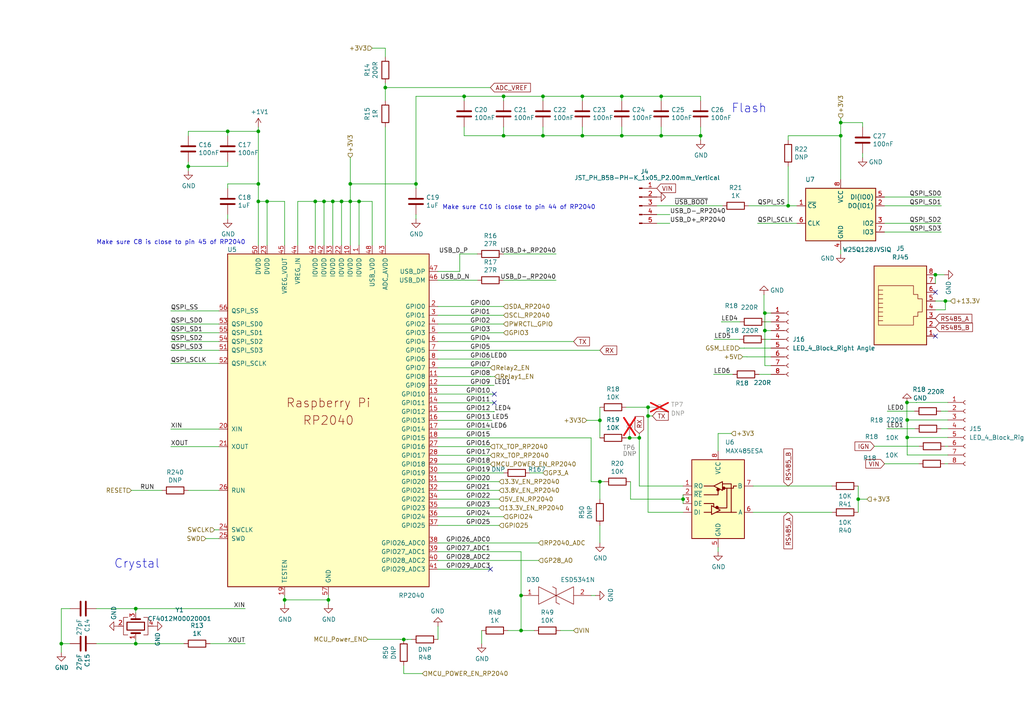
<source format=kicad_sch>
(kicad_sch (version 20231120) (generator "eeschema") (generator_version "8.0")
  (paper "A4")
  (lib_symbols
    (symbol "Connector:Conn_01x05_Male" (pin_names (offset 1.016) hide)
      (property "Reference" "J" (at 0 7.62 0))
      (property "Value" "Conn_01x05_Male" (at 0 -7.62 0))
      (symbol "Conn_01x05_Male_1_1"
        (pin passive line (at 5.08 5.08 180) (length 3.81) (name "Pin_1") (number "1"))
        (pin passive line (at 5.08 2.54 180) (length 3.81) (name "Pin_2") (number "2"))
        (pin passive line (at 5.08 0 180) (length 3.81) (name "Pin_3") (number "3"))
        (pin passive line (at 5.08 -2.54 180) (length 3.81) (name "Pin_4") (number "4"))
        (pin passive line (at 5.08 -5.08 180) (length 3.81) (name "Pin_5") (number "5"))
      )
    )
    (symbol "Connector:Conn_01x08_Socket" (pin_names (offset 1.016) hide)
      (property "Reference" "J" (at 0 10.16 0))
      (property "Value" "Conn_01x08_Socket" (at 0 -12.7 0))
      (symbol "Conn_01x08_Socket_1_1"
        (pin passive line (at -5.08 7.62 0) (length 3.81) (name "Pin_1") (number "1"))
        (pin passive line (at -5.08 5.08 0) (length 3.81) (name "Pin_2") (number "2"))
        (pin passive line (at -5.08 2.54 0) (length 3.81) (name "Pin_3") (number "3"))
        (pin passive line (at -5.08 0 0) (length 3.81) (name "Pin_4") (number "4"))
        (pin passive line (at -5.08 -2.54 0) (length 3.81) (name "Pin_5") (number "5"))
        (pin passive line (at -5.08 -5.08 0) (length 3.81) (name "Pin_6") (number "6"))
        (pin passive line (at -5.08 -7.62 0) (length 3.81) (name "Pin_7") (number "7"))
        (pin passive line (at -5.08 -10.16 0) (length 3.81) (name "Pin_8") (number "8"))
      )
    )
    (symbol "Connector:RJ45" (pin_names (offset 1.016))
      (property "Reference" "J" (at -5.08 13.97 0))
      (property "Value" "RJ45" (at 2.54 13.97 0))
      (symbol "RJ45_1_1"
        (pin passive line (at 10.16 -7.62 180) (length 2.54) (name "~") (number "1"))
        (pin passive line (at 10.16 -5.08 180) (length 2.54) (name "~") (number "2"))
        (pin passive line (at 10.16 -2.54 180) (length 2.54) (name "~") (number "3"))
        (pin passive line (at 10.16 0 180) (length 2.54) (name "~") (number "4"))
        (pin passive line (at 10.16 2.54 180) (length 2.54) (name "~") (number "5"))
        (pin passive line (at 10.16 5.08 180) (length 2.54) (name "~") (number "6"))
        (pin passive line (at 10.16 7.62 180) (length 2.54) (name "~") (number "7"))
        (pin passive line (at 10.16 10.16 180) (length 2.54) (name "~") (number "8"))
      )
    )
    (symbol "Connector:TestPoint" (pin_numbers hide) (pin_names (offset 0.762) hide)
      (property "Reference" "TP" (at 0 6.858 0))
      (property "Value" "TestPoint" (at 0 5.08 0))
      (symbol "TestPoint_1_1"
        (pin passive line (at 0 0 90) (length 2.54) (name "1") (number "1"))
      )
    )
    (symbol "Device:C" (pin_numbers hide) (pin_names (offset 0.254))
      (property "Reference" "C" (at 0.635 2.54 0))
      (property "Value" "C" (at 0.635 -2.54 0))
      (symbol "C_1_1"
        (pin passive line (at 0 3.81 270) (length 2.794) (name "~") (number "1"))
        (pin passive line (at 0 -3.81 90) (length 2.794) (name "~") (number "2"))
      )
    )
    (symbol "Device:Crystal_GND24" (pin_names (offset 1.016) hide)
      (property "Reference" "Y" (at 3.175 5.08 0))
      (property "Value" "Crystal_GND24" (at 3.175 3.175 0))
      (symbol "Crystal_GND24_1_1"
        (pin passive line (at -3.81 0 0) (length 1.27) (name "1") (number "1"))
        (pin passive line (at 0 5.08 270) (length 1.27) (name "2") (number "2"))
        (pin passive line (at 3.81 0 180) (length 1.27) (name "3") (number "3"))
        (pin passive line (at 0 -5.08 90) (length 1.27) (name "4") (number "4"))
      )
    )
    (symbol "Device:R" (pin_numbers hide) (pin_names (offset 0))
      (property "Reference" "R" (at 2.032 0 90))
      (property "Value" "R" (at 0 0 90))
      (symbol "R_1_1"
        (pin passive line (at 0 3.81 270) (length 1.27) (name "~") (number "1"))
        (pin passive line (at 0 -3.81 90) (length 1.27) (name "~") (number "2"))
      )
    )
    (symbol "Interface_UART:MAX485E"
      (property "Reference" "U" (at -6.096 11.43 0))
      (property "Value" "MAX485E" (at 0.762 11.43 0))
      (symbol "MAX485E_1_1"
        (pin output line (at -10.16 2.54 0) (length 2.54) (name "RO") (number "1"))
        (pin input line (at -10.16 0 0) (length 2.54) (name "~{RE}") (number "2"))
        (pin input line (at -10.16 -2.54 0) (length 2.54) (name "DE") (number "3"))
        (pin input line (at -10.16 -5.08 0) (length 2.54) (name "DI") (number "4"))
        (pin power_in line (at 0 -15.24 90) (length 2.54) (name "GND") (number "5"))
        (pin bidirectional line (at 10.16 -5.08 180) (length 2.54) (name "A") (number "6"))
        (pin bidirectional line (at 10.16 2.54 180) (length 2.54) (name "B") (number "7"))
        (pin power_in line (at 0 12.7 270) (length 2.54) (name "VCC") (number "8"))
      )
    )
    (symbol "MCU_RaspberryPi_RP2040:RP2040" (pin_names (offset 1.016))
      (property "Reference" "U" (at -29.21 49.53 0))
      (property "Value" "RP2040" (at 24.13 -49.53 0))
      (symbol "RP2040_0_0"
        (text "Raspberry Pi" (at 0 5.08 0) (effects (font (size 2.54 2.54))))
        (text "RP2040" (at 0 0 0) (effects (font (size 2.54 2.54))))
      )
      (symbol "RP2040_1_1"
        (pin power_in line (at 8.89 50.8 270) (length 2.54) (name "IOVDD") (number "1"))
        (pin power_in line (at 6.35 50.8 270) (length 2.54) (name "IOVDD") (number "10"))
        (pin bidirectional line (at 31.75 12.7 180) (length 2.54) (name "GPIO8") (number "11"))
        (pin bidirectional line (at 31.75 10.16 180) (length 2.54) (name "GPIO9") (number "12"))
        (pin bidirectional line (at 31.75 7.62 180) (length 2.54) (name "GPIO10") (number "13"))
        (pin bidirectional line (at 31.75 5.08 180) (length 2.54) (name "GPIO11") (number "14"))
        (pin bidirectional line (at 31.75 2.54 180) (length 2.54) (name "GPIO12") (number "15"))
        (pin bidirectional line (at 31.75 0 180) (length 2.54) (name "GPIO13") (number "16"))
        (pin bidirectional line (at 31.75 -2.54 180) (length 2.54) (name "GPIO14") (number "17"))
        (pin bidirectional line (at 31.75 -5.08 180) (length 2.54) (name "GPIO15") (number "18"))
        (pin passive line (at -12.7 -50.8 90) (length 2.54) (name "TESTEN") (number "19"))
        (pin bidirectional line (at 31.75 33.02 180) (length 2.54) (name "GPIO0") (number "2"))
        (pin input line (at -31.75 -2.54 0) (length 2.54) (name "XIN") (number "20"))
        (pin passive line (at -31.75 -7.62 0) (length 2.54) (name "XOUT") (number "21"))
        (pin power_in line (at 3.81 50.8 270) (length 2.54) (name "IOVDD") (number "22"))
        (pin power_in line (at -17.78 50.8 270) (length 2.54) (name "DVDD") (number "23"))
        (pin output line (at -31.75 -31.75 0) (length 2.54) (name "SWCLK") (number "24"))
        (pin bidirectional line (at -31.75 -34.29 0) (length 2.54) (name "SWD") (number "25"))
        (pin input line (at -31.75 -20.32 0) (length 2.54) (name "RUN") (number "26"))
        (pin bidirectional line (at 31.75 -7.62 180) (length 2.54) (name "GPIO16") (number "27"))
        (pin bidirectional line (at 31.75 -10.16 180) (length 2.54) (name "GPIO17") (number "28"))
        (pin bidirectional line (at 31.75 -12.7 180) (length 2.54) (name "GPIO18") (number "29"))
        (pin bidirectional line (at 31.75 30.48 180) (length 2.54) (name "GPIO1") (number "3"))
        (pin bidirectional line (at 31.75 -15.24 180) (length 2.54) (name "GPIO19") (number "30"))
        (pin bidirectional line (at 31.75 -17.78 180) (length 2.54) (name "GPIO20") (number "31"))
        (pin bidirectional line (at 31.75 -20.32 180) (length 2.54) (name "GPIO21") (number "32"))
        (pin power_in line (at 1.27 50.8 270) (length 2.54) (name "IOVDD") (number "33"))
        (pin bidirectional line (at 31.75 -22.86 180) (length 2.54) (name "GPIO22") (number "34"))
        (pin bidirectional line (at 31.75 -25.4 180) (length 2.54) (name "GPIO23") (number "35"))
        (pin bidirectional line (at 31.75 -27.94 180) (length 2.54) (name "GPIO24") (number "36"))
        (pin bidirectional line (at 31.75 -30.48 180) (length 2.54) (name "GPIO25") (number "37"))
        (pin bidirectional line (at 31.75 -35.56 180) (length 2.54) (name "GPIO26_ADC0") (number "38"))
        (pin bidirectional line (at 31.75 -38.1 180) (length 2.54) (name "GPIO27_ADC1") (number "39"))
        (pin bidirectional line (at 31.75 27.94 180) (length 2.54) (name "GPIO2") (number "4"))
        (pin bidirectional line (at 31.75 -40.64 180) (length 2.54) (name "GPIO28_ADC2") (number "40"))
        (pin bidirectional line (at 31.75 -43.18 180) (length 2.54) (name "GPIO29_ADC3") (number "41"))
        (pin power_in line (at -1.27 50.8 270) (length 2.54) (name "IOVDD") (number "42"))
        (pin power_in line (at 16.51 50.8 270) (length 2.54) (name "ADC_AVDD") (number "43"))
        (pin power_in line (at -8.89 50.8 270) (length 2.54) (name "VREG_IN") (number "44"))
        (pin power_out line (at -12.7 50.8 270) (length 2.54) (name "VREG_VOUT") (number "45"))
        (pin bidirectional line (at 31.75 40.64 180) (length 2.54) (name "USB_DM") (number "46"))
        (pin bidirectional line (at 31.75 43.18 180) (length 2.54) (name "USB_DP") (number "47"))
        (pin power_in line (at 12.7 50.8 270) (length 2.54) (name "USB_VDD") (number "48"))
        (pin power_in line (at -3.81 50.8 270) (length 2.54) (name "IOVDD") (number "49"))
        (pin bidirectional line (at 31.75 25.4 180) (length 2.54) (name "GPIO3") (number "5"))
        (pin power_in line (at -20.32 50.8 270) (length 2.54) (name "DVDD") (number "50"))
        (pin bidirectional line (at -31.75 20.32 0) (length 2.54) (name "QSPI_SD3") (number "51"))
        (pin output line (at -31.75 16.51 0) (length 2.54) (name "QSPI_SCLK") (number "52"))
        (pin bidirectional line (at -31.75 27.94 0) (length 2.54) (name "QSPI_SD0") (number "53"))
        (pin bidirectional line (at -31.75 22.86 0) (length 2.54) (name "QSPI_SD2") (number "54"))
        (pin bidirectional line (at -31.75 25.4 0) (length 2.54) (name "QSPI_SD1") (number "55"))
        (pin bidirectional line (at -31.75 31.75 0) (length 2.54) (name "QSPI_SS") (number "56"))
        (pin power_in line (at 0 -50.8 90) (length 2.54) (name "GND") (number "57"))
        (pin bidirectional line (at 31.75 22.86 180) (length 2.54) (name "GPIO4") (number "6"))
        (pin bidirectional line (at 31.75 20.32 180) (length 2.54) (name "GPIO5") (number "7"))
        (pin bidirectional line (at 31.75 17.78 180) (length 2.54) (name "GPIO6") (number "8"))
        (pin bidirectional line (at 31.75 15.24 180) (length 2.54) (name "GPIO7") (number "9"))
      )
    )
    (symbol "Memory_Flash:W25Q128JVS"
      (property "Reference" "U" (at -8.89 8.89 0))
      (property "Value" "W25Q128JVS" (at 7.62 8.89 0))
      (symbol "W25Q128JVS_1_1"
        (pin input line (at -12.7 2.54 0) (length 2.54) (name "~{CS}") (number "1"))
        (pin bidirectional line (at 12.7 2.54 180) (length 2.54) (name "DO(IO1)") (number "2"))
        (pin bidirectional line (at 12.7 -2.54 180) (length 2.54) (name "IO2") (number "3"))
        (pin power_in line (at 0 -10.16 90) (length 2.54) (name "GND") (number "4"))
        (pin bidirectional line (at 12.7 5.08 180) (length 2.54) (name "DI(IO0)") (number "5"))
        (pin input line (at -12.7 -2.54 0) (length 2.54) (name "CLK") (number "6"))
        (pin bidirectional line (at 12.7 -5.08 180) (length 2.54) (name "IO3") (number "7"))
        (pin power_in line (at 0 10.16 270) (length 2.54) (name "VCC") (number "8"))
      )
    )
    (symbol "SP0402B-ULC-01ETG:SP0402B-ULC-01ETG" (pin_names (offset 0.762))
      (property "Reference" "D" (at 12.7 8.89 0))
      (property "Value" "SP0402B-ULC-01ETG" (at 12.7 6.35 0))
      (symbol "SP0402B-ULC-01ETG_0_0"
        (pin passive line (at 0 0 0) (length 5.08) (name "~") (number "1"))
        (pin passive line (at 20.32 0 180) (length 5.08) (name "~") (number "2"))
      )
    )
    (symbol "power:+1V1" (power) (pin_names (offset 0))
      (property "Value" "+1V1" (at 0 3.556 0))
      (symbol "+1V1_1_1"
        (pin power_in line (at 0 0 90) (length 0) hide (name "+1V1") (number "1"))
      )
    )
    (symbol "power:GND" (power) (pin_names (offset 0))
      (property "Value" "GND" (at 0 -3.81 0))
      (symbol "GND_1_1"
        (pin power_in line (at 0 0 270) (length 0) hide (name "GND") (number "1"))
      )
    )
  )
  (junction (at 111.76 25.4))
  (junction (at 54.61 48.26))
  (junction (at 221.8396 90.8043))
  (junction (at 271.3007 79.6916))
  (junction (at 39.37 186.69))
  (junction (at 151.13 182.88))
  (junction (at 180.34 27.94))
  (junction (at 117.1006 185.4727))
  (junction (at 101.6 58.42))
  (junction (at 263.1254 126.8876))
  (junction (at 95.25 173.99))
  (junction (at 74.93 58.42))
  (junction (at 180.34 39.37))
  (junction (at 151.13 172.72))
  (junction (at 221.8396 95.8843))
  (junction (at 263.1254 121.8163))
  (junction (at 17.78 186.69))
  (junction (at 263.0568 116.7363))
  (junction (at 104.14 58.42))
  (junction (at 187.96 120.65))
  (junction (at 248.92 144.78))
  (junction (at 39.37 176.53))
  (junction (at 93.98 58.42))
  (junction (at 96.52 58.42))
  (junction (at 82.55 173.99))
  (junction (at 74.93 38.1))
  (junction (at 91.44 58.42))
  (junction (at 168.91 39.37))
  (junction (at 101.6 53.34))
  (junction (at 198.12 144.78))
  (junction (at 182.6119 127))
  (junction (at 134.62 27.94))
  (junction (at 157.48 27.94))
  (junction (at 187.96 118.11))
  (junction (at 228.6 59.69))
  (junction (at 66.04 38.1))
  (junction (at 74.93 53.34))
  (junction (at 99.06 58.42))
  (junction (at 191.77 39.37))
  (junction (at 173.99 121.92))
  (junction (at 120.65 53.34))
  (junction (at 191.77 27.94))
  (junction (at 168.91 27.94))
  (junction (at 77.47 58.42))
  (junction (at 185.42 127))
  (junction (at 146.05 27.94))
  (junction (at 157.48 39.37))
  (junction (at 274.2046 87.3106))
  (junction (at 243.84 39.37))
  (junction (at 243.84 35.56))
  (junction (at 203.2 39.37))
  (junction (at 146.05 39.37))
  (junction (at 173.99 139.7))
  (no_connect (at 142.24 165.1))
  (no_connect (at 143.3693 114.3018))
  (no_connect (at 271.3007 97.4716))
  (no_connect (at 271.3007 84.7716))
  (no_connect (at 143.3631 116.8403))
  (wire (pts (xy 111.76 36.83) (xy 111.76 71.12)))
  (wire (pts (xy 49.53 124.46) (xy 63.5 124.46)))
  (wire (pts (xy 59.69 156.21) (xy 63.5 156.21)))
  (wire (pts (xy 191.77 39.37) (xy 203.2 39.37)))
  (wire (pts (xy 66.04 53.34) (xy 74.93 53.34)))
  (wire (pts (xy 122.5125 195.3653) (xy 117.1006 195.3653)))
  (wire (pts (xy 127 160.02) (xy 151.13 160.02)))
  (wire (pts (xy 191.77 27.94) (xy 203.2 27.94)))
  (wire (pts (xy 143.1694 119.3787) (xy 143.1694 119.38)))
  (wire (pts (xy 101.6 58.42) (xy 104.14 58.42)))
  (wire (pts (xy 127.039 181.6432) (xy 127.039 185.4532)))
  (wire (pts (xy 180.34 27.94) (xy 191.77 27.94)))
  (wire (pts (xy 142.24 114.3018) (xy 142.24 114.3)))
  (wire (pts (xy 143.4165 119.3774) (xy 143.4234 119.3787)))
  (wire (pts (xy 221.8396 90.8043) (xy 221.8396 95.8843)))
  (wire (pts (xy 142.24 109.2128) (xy 142.24 109.22)))
  (wire (pts (xy 82.55 173.99) (xy 95.25 173.99)))
  (wire (pts (xy 142.24 116.8403) (xy 142.24 116.84)))
  (wire (pts (xy 143.3631 116.8403) (xy 142.24 116.8403)))
  (wire (pts (xy 216.6521 103.4902) (xy 216.6521 103.5043)))
  (wire (pts (xy 180.34 39.37) (xy 168.91 39.37)))
  (wire (pts (xy 39.37 186.69) (xy 53.34 186.69)))
  (wire (pts (xy 142.6874 121.92) (xy 127 121.92)))
  (wire (pts (xy 191.77 29.21) (xy 191.77 27.94)))
  (wire (pts (xy 86.36 58.42) (xy 91.44 58.42)))
  (wire (pts (xy 146.05 27.94) (xy 157.48 27.94)))
  (wire (pts (xy 207.0067 108.5843) (xy 212.5516 108.5843)))
  (wire (pts (xy 54.61 46.99) (xy 54.61 48.26)))
  (wire (pts (xy 228.6 48.26) (xy 228.6 59.69)))
  (wire (pts (xy 127 142.24) (xy 144.78 142.24)))
  (wire (pts (xy 127 104.14) (xy 142.24 104.14)))
  (wire (pts (xy 95.25 173.99) (xy 95.25 175.26)))
  (wire (pts (xy 118.2663 185.4532) (xy 119.419 185.4532)))
  (wire (pts (xy 111.76 13.97) (xy 107.95 13.97)))
  (wire (pts (xy 271.3007 79.6916) (xy 271.3007 82.2316)))
  (wire (pts (xy 185.42 125.73) (xy 185.42 127)))
  (wire (pts (xy 272.8769 119.2612) (xy 274.3404 119.2612)))
  (wire (pts (xy 185.42 127) (xy 185.42 140.97)))
  (wire (pts (xy 127 106.68) (xy 142.24 106.68)))
  (wire (pts (xy 27.94 176.53) (xy 39.37 176.53)))
  (wire (pts (xy 120.65 27.94) (xy 120.65 53.34)))
  (wire (pts (xy 143.3159 111.7647) (xy 142.24 111.7647)))
  (wire (pts (xy 101.6 53.34) (xy 101.6 58.42)))
  (wire (pts (xy 153.67 137.16) (xy 157.48 137.16)))
  (wire (pts (xy 274.9191 116.7276) (xy 265.8174 116.7276)))
  (wire (pts (xy 60.96 186.69) (xy 71.12 186.69)))
  (wire (pts (xy 253.5964 129.4276) (xy 266.517 129.4276)))
  (wire (pts (xy 274.137 129.4276) (xy 274.9191 129.4276)))
  (wire (pts (xy 194.31 62.23) (xy 190.5 62.23)))
  (wire (pts (xy 127 96.52) (xy 146.05 96.52)))
  (wire (pts (xy 207.1393 98.4253) (xy 207.1393 98.4243)))
  (wire (pts (xy 93.98 58.42) (xy 96.52 58.42)))
  (wire (pts (xy 216.6521 103.5043) (xy 223.6347 103.5043)))
  (wire (pts (xy 223.6347 95.8843) (xy 221.8396 95.8843)))
  (wire (pts (xy 212.09 125.73) (xy 208.28 125.73)))
  (wire (pts (xy 157.48 27.94) (xy 168.91 27.94)))
  (wire (pts (xy 194.31 64.77) (xy 190.5 64.77)))
  (wire (pts (xy 248.92 144.78) (xy 248.92 148.59)))
  (wire (pts (xy 66.04 54.61) (xy 66.04 53.34)))
  (wire (pts (xy 74.93 53.34) (xy 74.93 58.42)))
  (wire (pts (xy 20.32 176.53) (xy 17.78 176.53)))
  (wire (pts (xy 203.2 36.83) (xy 203.2 39.37)))
  (wire (pts (xy 99.06 71.12) (xy 99.06 58.42)))
  (wire (pts (xy 142.24 124.4539) (xy 142.24 124.46)))
  (wire (pts (xy 127 144.78) (xy 144.78 144.78)))
  (wire (pts (xy 263.0381 116.7363) (xy 263.0381 121.8163)))
  (wire (pts (xy 127 127) (xy 171.45 127)))
  (wire (pts (xy 180.34 29.21) (xy 180.34 27.94)))
  (wire (pts (xy 171.45 139.7) (xy 173.99 139.7)))
  (wire (pts (xy 146.05 39.37) (xy 134.62 39.37)))
  (wire (pts (xy 221.8396 95.8843) (xy 221.8396 106.0443)))
  (wire (pts (xy 215.8494 100.9643) (xy 223.6347 100.9643)))
  (wire (pts (xy 111.76 16.51) (xy 111.76 13.97)))
  (wire (pts (xy 221.8396 106.0443) (xy 223.6347 106.0443)))
  (wire (pts (xy 143.1694 119.38) (xy 127 119.38)))
  (wire (pts (xy 63.5 90.17) (xy 49.53 90.17)))
  (wire (pts (xy 274.9191 131.9676) (xy 263.1254 131.9676)))
  (wire (pts (xy 111.76 25.4) (xy 142.24 25.4)))
  (wire (pts (xy 207.0067 108.5876) (xy 207.0067 108.5843)))
  (wire (pts (xy 111.76 25.4) (xy 111.76 24.13)))
  (wire (pts (xy 198.12 144.78) (xy 198.12 146.05)))
  (wire (pts (xy 222.2145 93.3443) (xy 223.6347 93.3443)))
  (wire (pts (xy 208.28 158.75) (xy 208.28 160.02)))
  (wire (pts (xy 209.4507 93.3443) (xy 214.5945 93.3443)))
  (wire (pts (xy 66.04 39.37) (xy 66.04 38.1)))
  (wire (pts (xy 77.47 58.42) (xy 74.93 58.42)))
  (wire (pts (xy 146.05 36.83) (xy 146.05 39.37)))
  (wire (pts (xy 49.53 96.52) (xy 63.5 96.52)))
  (wire (pts (xy 256.54 67.31) (xy 273.05 67.31)))
  (wire (pts (xy 203.2 39.37) (xy 203.2 40.64)))
  (wire (pts (xy 134.62 27.94) (xy 146.05 27.94)))
  (wire (pts (xy 127 81.28) (xy 138.43 81.28)))
  (wire (pts (xy 74.93 58.42) (xy 74.93 71.12)))
  (wire (pts (xy 274.3404 119.2676) (xy 274.9191 119.2676)))
  (wire (pts (xy 127 114.3) (xy 142.24 114.3)))
  (wire (pts (xy 127 162.56) (xy 156.21 162.56)))
  (wire (pts (xy 127 147.32) (xy 144.78 147.32)))
  (wire (pts (xy 215.4186 103.4902) (xy 216.6521 103.4902)))
  (wire (pts (xy 180.34 36.83) (xy 180.34 39.37)))
  (wire (pts (xy 107.95 71.12) (xy 107.95 58.42)))
  (wire (pts (xy 134.62 27.94) (xy 120.65 27.94)))
  (wire (pts (xy 168.91 29.21) (xy 168.91 27.94)))
  (wire (pts (xy 146.05 73.66) (xy 161.29 73.66)))
  (wire (pts (xy 203.2 29.21) (xy 203.2 27.94)))
  (wire (pts (xy 221.586 85.4822) (xy 221.586 90.8043)))
  (wire (pts (xy 120.65 62.23) (xy 120.65 63.5)))
  (wire (pts (xy 101.6 53.34) (xy 101.6 45.72)))
  (wire (pts (xy 49.53 101.6) (xy 63.5 101.6)))
  (wire (pts (xy 218.44 140.97) (xy 241.3 140.97)))
  (wire (pts (xy 181.61 127) (xy 182.6119 127)))
  (wire (pts (xy 77.47 71.12) (xy 77.47 58.42)))
  (wire (pts (xy 20.32 186.69) (xy 17.78 186.69)))
  (wire (pts (xy 127 99.06) (xy 166.37 99.06)))
  (wire (pts (xy 49.53 99.06) (xy 63.5 99.06)))
  (wire (pts (xy 127 91.44) (xy 146.05 91.44)))
  (wire (pts (xy 166.37 182.88) (xy 162.56 182.88)))
  (wire (pts (xy 127 88.9) (xy 146.05 88.9)))
  (wire (pts (xy 82.55 71.12) (xy 82.55 58.42)))
  (wire (pts (xy 101.6 53.34) (xy 120.65 53.34)))
  (wire (pts (xy 191.77 36.83) (xy 191.77 39.37)))
  (wire (pts (xy 223.6347 90.8043) (xy 221.8396 90.8043)))
  (wire (pts (xy 214.5429 100.9726) (xy 215.8494 100.9726)))
  (wire (pts (xy 228.6 39.37) (xy 243.84 39.37)))
  (wire (pts (xy 187.96 120.65) (xy 189.23 120.65)))
  (wire (pts (xy 151.13 160.02) (xy 151.13 172.72)))
  (wire (pts (xy 173.99 121.92) (xy 173.99 127)))
  (wire (pts (xy 127 149.86) (xy 146.05 149.86)))
  (wire (pts (xy 265.8174 116.7363) (xy 263.0568 116.7363)))
  (wire (pts (xy 147.32 182.88) (xy 151.13 182.88)))
  (wire (pts (xy 104.14 58.42) (xy 104.14 71.12)))
  (wire (pts (xy 217.17 59.69) (xy 228.6 59.69)))
  (wire (pts (xy 275.7056 87.3106) (xy 274.2046 87.3106)))
  (wire (pts (xy 263.1254 121.8163) (xy 263.1254 126.8876)))
  (wire (pts (xy 63.5 129.54) (xy 49.53 129.54)))
  (wire (pts (xy 257.3361 119.2612) (xy 265.2569 119.2612)))
  (wire (pts (xy 104.14 58.42) (xy 107.95 58.42)))
  (wire (pts (xy 106.68 185.42) (xy 116.1625 185.42)))
  (wire (pts (xy 257.8411 134.5076) (xy 266.4376 134.5076)))
  (wire (pts (xy 111.76 25.4) (xy 111.76 29.21)))
  (wire (pts (xy 263.0568 116.7363) (xy 263.0381 116.7363)))
  (wire (pts (xy 86.36 71.12) (xy 86.36 58.42)))
  (wire (pts (xy 118.2663 185.4727) (xy 118.2663 185.4532)))
  (wire (pts (xy 74.93 36.83) (xy 74.93 38.1)))
  (wire (pts (xy 182.6119 127) (xy 185.42 127)))
  (wire (pts (xy 142.24 111.7647) (xy 142.24 111.76)))
  (wire (pts (xy 198.12 140.97) (xy 185.42 140.97)))
  (wire (pts (xy 243.84 39.37) (xy 243.84 52.07)))
  (wire (pts (xy 172.72 172.72) (xy 171.45 172.72)))
  (wire (pts (xy 127 116.84) (xy 142.24 116.84)))
  (wire (pts (xy 54.61 48.26) (xy 54.61 49.53)))
  (wire (pts (xy 173.99 157.48) (xy 173.99 152.4)))
  (wire (pts (xy 187.96 120.65) (xy 187.96 118.11)))
  (wire (pts (xy 74.93 38.1) (xy 74.93 53.34)))
  (wire (pts (xy 187.96 118.11) (xy 181.61 118.11)))
  (wire (pts (xy 117.1006 185.4727) (xy 118.2663 185.4727)))
  (wire (pts (xy 274.2046 89.8516) (xy 271.3007 89.8516)))
  (wire (pts (xy 272.9551 124.3476) (xy 274.9191 124.3476)))
  (wire (pts (xy 198.12 148.59) (xy 187.96 148.59)))
  (wire (pts (xy 170.18 121.92) (xy 173.99 121.92)))
  (wire (pts (xy 127 139.7) (xy 144.78 139.7)))
  (wire (pts (xy 133.35 73.66) (xy 138.43 73.66)))
  (wire (pts (xy 82.55 172.72) (xy 82.55 173.99)))
  (wire (pts (xy 221.586 90.8043) (xy 221.8396 90.8043)))
  (wire (pts (xy 82.55 173.99) (xy 82.55 175.26)))
  (wire (pts (xy 17.78 186.69) (xy 17.78 189.23)))
  (wire (pts (xy 182.88 144.78) (xy 182.88 139.7)))
  (wire (pts (xy 127 132.08) (xy 142.24 132.08)))
  (wire (pts (xy 127 157.48) (xy 156.21 157.48)))
  (wire (pts (xy 187.96 148.59) (xy 187.96 120.65)))
  (wire (pts (xy 134.62 36.83) (xy 134.62 39.37)))
  (wire (pts (xy 143.3693 114.3018) (xy 142.24 114.3018)))
  (wire (pts (xy 146.05 29.21) (xy 146.05 27.94)))
  (wire (pts (xy 139.7 186.69) (xy 139.7 182.88)))
  (wire (pts (xy 63.5 105.41) (xy 49.53 105.41)))
  (wire (pts (xy 27.94 186.69) (xy 39.37 186.69)))
  (wire (pts (xy 271.3007 87.3106) (xy 271.3007 87.3116)))
  (wire (pts (xy 95.25 172.72) (xy 95.25 173.99)))
  (wire (pts (xy 17.78 176.53) (xy 17.78 186.69)))
  (wire (pts (xy 191.77 39.37) (xy 180.34 39.37)))
  (wire (pts (xy 54.61 142.24) (xy 63.5 142.24)))
  (wire (pts (xy 99.06 58.42) (xy 101.6 58.42)))
  (wire (pts (xy 66.04 38.1) (xy 74.93 38.1)))
  (wire (pts (xy 198.12 144.78) (xy 182.88 144.78)))
  (wire (pts (xy 274.2046 87.3106) (xy 271.3007 87.3106)))
  (wire (pts (xy 228.6 40.64) (xy 228.6 39.37)))
  (wire (pts (xy 173.99 144.78) (xy 173.99 139.7)))
  (wire (pts (xy 256.54 59.69) (xy 273.05 59.69)))
  (wire (pts (xy 127 152.4) (xy 144.78 152.4)))
  (wire (pts (xy 96.52 71.12) (xy 96.52 58.42)))
  (wire (pts (xy 250.19 44.45) (xy 250.19 45.72)))
  (wire (pts (xy 117.1006 195.3653) (xy 117.1006 193.0927)))
  (wire (pts (xy 133.35 73.66) (xy 133.35 78.74)))
  (wire (pts (xy 256.54 57.15) (xy 273.05 57.15)))
  (wire (pts (xy 248.92 140.97) (xy 248.92 144.78)))
  (wire (pts (xy 256.5555 134.5237) (xy 257.8411 134.5237)))
  (wire (pts (xy 116.1625 185.42) (xy 116.1625 185.4727)))
  (wire (pts (xy 116.1625 185.4727) (xy 117.1006 185.4727)))
  (wire (pts (xy 263.1254 126.8876) (xy 263.1254 131.9676)))
  (wire (pts (xy 127 93.98) (xy 146.05 93.98)))
  (wire (pts (xy 134.62 29.21) (xy 134.62 27.94)))
  (wire (pts (xy 49.53 93.98) (xy 63.5 93.98)))
  (wire (pts (xy 274.0576 134.5076) (xy 274.9191 134.5076)))
  (wire (pts (xy 273.8407 79.6916) (xy 271.3007 79.6916)))
  (wire (pts (xy 190.5 59.69) (xy 209.55 59.69)))
  (wire (pts (xy 257.238 124.3476) (xy 265.3351 124.3476)))
  (wire (pts (xy 127 109.22) (xy 142.24 109.22)))
  (wire (pts (xy 157.48 39.37) (xy 146.05 39.37)))
  (wire (pts (xy 54.61 38.1) (xy 66.04 38.1)))
  (wire (pts (xy 157.48 36.83) (xy 157.48 39.37)))
  (wire (pts (xy 257.8411 134.5237) (xy 257.8411 134.5076)))
  (wire (pts (xy 127 129.54) (xy 142.24 129.54)))
  (wire (pts (xy 54.61 48.26) (xy 66.04 48.26)))
  (wire (pts (xy 127 111.76) (xy 142.24 111.76)))
  (wire (pts (xy 91.44 71.12) (xy 91.44 58.42)))
  (wire (pts (xy 93.98 71.12) (xy 93.98 58.42)))
  (wire (pts (xy 62.23 153.67) (xy 63.5 153.67)))
  (wire (pts (xy 127 165.1) (xy 142.24 165.1)))
  (wire (pts (xy 38.1 142.24) (xy 46.99 142.24)))
  (wire (pts (xy 243.84 35.56) (xy 243.84 39.37)))
  (wire (pts (xy 127 134.62) (xy 142.24 134.62)))
  (wire (pts (xy 82.55 58.42) (xy 77.47 58.42)))
  (wire (pts (xy 173.99 118.11) (xy 173.99 121.92)))
  (wire (pts (xy 127 78.74) (xy 133.35 78.74)))
  (wire (pts (xy 171.45 139.7) (xy 171.45 127)))
  (wire (pts (xy 143.4918 109.2128) (xy 142.24 109.2128)))
  (wire (pts (xy 274.9191 126.8876) (xy 263.1254 126.8876)))
  (wire (pts (xy 173.99 139.7) (xy 175.26 139.7)))
  (wire (pts (xy 168.91 39.37) (xy 157.48 39.37)))
  (wire (pts (xy 66.04 48.26) (xy 66.04 46.99)))
  (wire (pts (xy 222.0746 98.4243) (xy 223.6347 98.4243)))
  (wire (pts (xy 243.84 34.29) (xy 243.84 35.56)))
  (wire (pts (xy 219.71 64.77) (xy 231.14 64.77)))
  (wire (pts (xy 274.2046 87.3106) (xy 274.2046 89.8516)))
  (wire (pts (xy 127 124.46) (xy 142.24 124.46)))
  (wire (pts (xy 228.6 59.69) (xy 231.14 59.69)))
  (wire (pts (xy 243.84 72.39) (xy 243.84 73.66)))
  (wire (pts (xy 250.19 36.83) (xy 250.19 35.56)))
  (wire (pts (xy 274.3404 119.2612) (xy 274.3404 119.2676)))
  (wire (pts (xy 151.13 182.88) (xy 154.94 182.88)))
  (wire (pts (xy 207.1393 98.4243) (xy 214.4546 98.4243)))
  (wire (pts (xy 66.04 62.23) (xy 66.04 63.5)))
  (wire (pts (xy 263.0381 121.8163) (xy 263.1254 121.8163)))
  (wire (pts (xy 263.1254 121.8076) (xy 263.1254 121.8163)))
  (wire (pts (xy 220.1716 108.5843) (xy 223.6347 108.5843)))
  (wire (pts (xy 265.8174 116.7276) (xy 265.8174 116.7363)))
  (wire (pts (xy 218.44 148.59) (xy 241.3 148.59)))
  (wire (pts (xy 39.37 177.8) (xy 39.37 176.53)))
  (wire (pts (xy 101.6 71.12) (xy 101.6 58.42)))
  (wire (pts (xy 39.37 176.53) (xy 71.12 176.53)))
  (wire (pts (xy 263.1254 121.8076) (xy 274.9191 121.8076)))
  (wire (pts (xy 39.37 185.42) (xy 39.37 186.69)))
  (wire (pts (xy 143.1694 119.3787) (xy 143.4165 119.3774)))
  (wire (pts (xy 151.13 172.72) (xy 151.13 182.88)))
  (wire (pts (xy 256.54 64.77) (xy 273.05 64.77)))
  (wire (pts (xy 198.12 143.51) (xy 198.12 144.78)))
  (wire (pts (xy 146.05 81.28) (xy 161.29 81.28)))
  (wire (pts (xy 120.65 54.61) (xy 120.65 53.34)))
  (wire (pts (xy 251.46 144.78) (xy 248.92 144.78)))
  (wire (pts (xy 168.91 27.94) (xy 180.34 27.94)))
  (wire (pts (xy 209.4507 93.3472) (xy 209.4507 93.3443)))
  (wire (pts (xy 91.44 58.42) (xy 93.98 58.42)))
  (wire (pts (xy 127 101.6) (xy 173.99 101.6)))
  (wire (pts (xy 96.52 58.42) (xy 99.06 58.42)))
  (wire (pts (xy 250.19 35.56) (xy 243.84 35.56)))
  (wire (pts (xy 157.48 29.21) (xy 157.48 27.94)))
  (wire (pts (xy 215.8494 100.9726) (xy 215.8494 100.9643)))
  (wire (pts (xy 168.91 36.83) (xy 168.91 39.37)))
  (wire (pts (xy 54.61 39.37) (xy 54.61 38.1)))
  (wire (pts (xy 208.28 125.73) (xy 208.28 130.81)))
  (wire (pts (xy 209.1967 93.3472) (xy 209.4507 93.3472)))
  (wire (pts (xy 127 137.16) (xy 146.05 137.16)))
  (text "Make sure C8 is close to pin 45 of RP2040" (at 27.94 71.12 0) (effects (font (size 1.27 1.27)) (justify left bottom)))
  (text "Make sure C10 is close to pin 44 of RP2040" (at 128.27 60.96 0) (effects (font (size 1.27 1.27)) (justify left bottom)))
  (text "Flash" (at 212.09 33.02 0) (effects (font (size 2.54 2.54)) (justify left bottom)))
  (text "Crystal" (at 33.02 165.1 0) (effects (font (size 2.54 2.54)) (justify left bottom)))
  (label "USB_D_P" (at 135.7763 73.66 180))
  (label "GPIO22" (at 142.24 144.78 180))
  (label "GPIO17" (at 142.24 132.08 180))
  (label "GPIO9" (at 142.24 111.7647 180))
  (label "XIN" (at 71.12 176.53 180))
  (label "USB_D+_RP2040" (at 161.29 73.66 180))
  (label "GPIO5" (at 142.24 101.6 180))
  (label "GPIO15" (at 142.24 127 180))
  (label "LED4" (at 143.4234 119.3787 0))
  (label "QSPI_SD0" (at 49.53 93.98 0))
  (label "GPIO18" (at 142.24 134.62 180))
  (label "GPIO26_ADC0" (at 142.24 157.48 180))
  (label "GPIO24" (at 142.24 149.86 180))
  (label "QSPI_SD2" (at 49.53 99.06 0))
  (label "GPIO27_ADC1" (at 142.24 160.02 180))
  (label "QSPI_SCLK" (at 219.71 64.77 0))
  (label "LED6" (at 142.24 124.46 0))
  (label "GPIO7" (at 142.24 106.68 180))
  (label "GPIO14" (at 142.24 124.4539 180))
  (label "GPIO3" (at 142.24 96.52 180))
  (label "LED0" (at 142.24 104.14 0))
  (label "GPIO0" (at 142.24 88.9 180))
  (label "LED1" (at 257.238 124.3476 0))
  (label "QSPI_SD3" (at 273.05 67.31 180))
  (label "GPIO11" (at 142.24 116.8403 180))
  (label "LED6" (at 207.0067 108.5876 0))
  (label "QSPI_SD0" (at 273.05 57.15 180))
  (label "USB_D-_RP2040" (at 194.31 62.23 0))
  (label "GPIO4" (at 142.24 99.06 180))
  (label "LED5" (at 142.6874 121.92 0))
  (label "GPIO20" (at 142.24 139.7 180))
  (label "~{USB_BOOT}" (at 195.58 59.69 0))
  (label "GPIO13" (at 142.24 121.92 180))
  (label "LED0" (at 257.3361 119.2612 0))
  (label "GPIO12" (at 142.24 119.38 180))
  (label "GPIO6" (at 142.24 104.14 180))
  (label "LED5" (at 207.1393 98.4253 0))
  (label "GPIO29_ADC3" (at 142.24 165.1 180))
  (label "GPIO1" (at 142.24 91.44 180))
  (label "GPIO28_ADC2" (at 142.24 162.56 180))
  (label "QSPI_SCLK" (at 49.53 105.41 0))
  (label "QSPI_SS" (at 49.53 90.17 0))
  (label "GPIO23" (at 142.24 147.32 180))
  (label "QSPI_SD3" (at 49.53 101.6 0))
  (label "USB_D+_RP2040" (at 194.31 64.77 0))
  (label "LED1" (at 143.3159 111.7647 0))
  (label "RUN" (at 40.64 142.24 0))
  (label "USB_D_N" (at 136.2125 81.28 180))
  (label "GPIO19" (at 142.24 137.16 180))
  (label "GPIO10" (at 142.24 114.3 180))
  (label "QSPI_SD1" (at 273.05 59.69 180))
  (label "QSPI_SD2" (at 273.05 64.77 180))
  (label "GPIO16" (at 142.24 129.54 180))
  (label "XOUT" (at 49.53 129.54 0))
  (label "QSPI_SD1" (at 49.53 96.52 0))
  (label "GPIO8" (at 142.24 109.2128 180))
  (label "XOUT" (at 71.12 186.69 180))
  (label "GPIO25" (at 142.24 152.4 180))
  (label "QSPI_SS" (at 219.71 59.69 0))
  (label "XIN" (at 49.53 124.46 0))
  (label "LED4" (at 209.1967 93.3472 0))
  (label "GPIO21" (at 142.24 142.24 180))
  (label "GPIO2" (at 142.24 93.98 180))
  (label "USB_D-_RP2040" (at 161.29 81.28 180))
  (global_label "RS485_B" (shape input) (at 271.3007 94.9316 0) (property "Intersheetrefs" "${INTERSHEET_REFS}" (effects (hide yes))))
  (global_label "ADC_VREF" (shape input) (at 142.24 25.4 0) (property "Intersheetrefs" "${INTERSHEET_REFS}" (effects (hide yes))))
  (global_label "RS485_A" (shape input) (at 228.6 148.59 270) (property "Intersheetrefs" "${INTERSHEET_REFS}" (effects (hide yes))))
  (global_label "RX" (shape input) (at 173.99 101.6 0) (property "Intersheetrefs" "${INTERSHEET_REFS}" (effects (hide yes))))
  (global_label "RS485_B" (shape input) (at 228.6 140.97 90) (property "Intersheetrefs" "${INTERSHEET_REFS}" (effects (hide yes))))
  (global_label "TX" (shape input) (at 189.23 120.65 0) (property "Intersheetrefs" "${INTERSHEET_REFS}" (effects (hide yes))))
  (global_label "IGN" (shape input) (at 253.5964 129.4276 180) (property "Intersheetrefs" "${INTERSHEET_REFS}" (effects (hide yes))))
  (global_label "RX" (shape input) (at 185.42 125.73 90) (property "Intersheetrefs" "${INTERSHEET_REFS}" (effects (hide yes))))
  (global_label "VIN" (shape input) (at 256.5555 134.5237 180) (property "Intersheetrefs" "${INTERSHEET_REFS}" (effects (hide yes))))
  (global_label "VIN" (shape input) (at 190.5 54.61 0) (property "Intersheetrefs" "${INTERSHEET_REFS}" (effects (hide yes))))
  (global_label "TX" (shape input) (at 166.37 99.06 0) (property "Intersheetrefs" "${INTERSHEET_REFS}" (effects (hide yes))))
  (global_label "RS485_A" (shape input) (at 271.3007 92.3916 0) (property "Intersheetrefs" "${INTERSHEET_REFS}" (effects (hide yes))))
  (hierarchical_label "GP3_A" (shape input) (at 157.48 137.16 0))
  (hierarchical_label "+3V3" (shape input) (at 101.6 45.72 90))
  (hierarchical_label "+3V3" (shape input) (at 212.09 125.73 0))
  (hierarchical_label "SCL_RP2040" (shape input) (at 146.05 91.44 0))
  (hierarchical_label "+3V3" (shape input) (at 107.95 13.97 180))
  (hierarchical_label "RP2040_ADC" (shape input) (at 156.21 157.48 0))
  (hierarchical_label "SDA_RP2040" (shape input) (at 146.05 88.9 0))
  (hierarchical_label "SWCLK" (shape input) (at 62.23 153.67 180))
  (hierarchical_label "Relay2_EN" (shape input) (at 142.24 106.68 0))
  (hierarchical_label "VIN" (shape input) (at 166.37 182.88 0))
  (hierarchical_label "GPIO25" (shape input) (at 144.78 152.4 0))
  (hierarchical_label "RX_TOP_RP2040" (shape input) (at 142.24 132.08 0))
  (hierarchical_label "5V_EN_RP2040" (shape input) (at 144.78 144.78 0))
  (hierarchical_label "+3V3" (shape input) (at 170.18 121.92 180))
  (hierarchical_label "13.3V_EN_RP2040" (shape input) (at 144.78 147.32 0))
  (hierarchical_label "MCU_Power_EN" (shape input) (at 106.68 185.42 180))
  (hierarchical_label "MCU_POWER_EN_RP2040" (shape input) (at 122.5125 195.3653 0))
  (hierarchical_label "MCU_POWER_EN_RP2040" (shape input) (at 142.24 134.62 0))
  (hierarchical_label "3.3V_EN_RP2040" (shape input) (at 144.78 139.7 0))
  (hierarchical_label "3.8V_EN_RP2040" (shape input) (at 144.78 142.24 0))
  (hierarchical_label "+3V3" (shape input) (at 251.46 144.78 0))
  (hierarchical_label "+13.3V" (shape input) (at 275.7056 87.3106 0))
  (hierarchical_label "GPIO24" (shape input) (at 146.05 149.86 0))
  (hierarchical_label "TX_TOP_RP2040" (shape input) (at 142.24 129.54 0))
  (hierarchical_label "SWD" (shape input) (at 59.69 156.21 180))
  (hierarchical_label "PWRCTL_GPIO" (shape input) (at 146.05 93.98 0))
  (hierarchical_label "GSM_LED" (shape input) (at 214.5429 100.9726 180))
  (hierarchical_label "GPIO3" (shape input) (at 146.05 96.52 0))
  (hierarchical_label "+5V" (shape input) (at 215.4186 103.4902 180))
  (hierarchical_label "+3V3" (shape input) (at 243.84 34.29 90))
  (hierarchical_label "RESET" (shape input) (at 38.1 142.24 180))
  (hierarchical_label "GP28_AO" (shape input) (at 156.21 162.56 0))
  (hierarchical_label "Relay1_EN" (shape input) (at 143.4918 109.2128 0))
  (symbol (lib_id "Device:R") (at 57.15 186.69 270) (unit 1)
    (property "Reference" "R13" (at 57.15 181.4322 90))
    (property "Value" "1K" (at 57.15 183.7436 90))
    (property "Footprint" "Resistor_SMD:R_0603_1608Metric" (effects (hide yes)))
    (property "MPN" "0603WAF1001T5E" (effects (hide yes)))
  )
  (symbol (lib_id "Device:C") (at 24.13 186.69 270) (unit 1)
    (property "Reference" "C15" (at 25.2984 189.611 0) (effects (justify left)))
    (property "Value" "27pF" (at 22.987 189.611 0) (effects (justify left)))
    (property "Footprint" "Capacitor_SMD:C_0603_1608Metric" (effects (hide yes)))
    (property "MPN" "0603CG270J500NT" (effects (hide yes)))
  )
  (symbol (lib_id "Device:C") (at 24.13 176.53 270) (unit 1)
    (property "Reference" "C14" (at 25.2984 179.451 0) (effects (justify left)))
    (property "Value" "27pF" (at 22.987 179.451 0) (effects (justify left)))
    (property "Footprint" "Capacitor_SMD:C_0603_1608Metric" (effects (hide yes)))
    (property "MPN" "0603CG270J500NT" (effects (hide yes)))
  )
  (symbol (lib_id "Device:C") (at 191.77 33.02 0) (unit 1)
    (property "Reference" "C25" (at 194.691 31.8516 0) (effects (justify left)))
    (property "Value" "100nF" (at 194.691 34.163 0) (effects (justify left)))
    (property "Footprint" "Capacitor_SMD:C_0402_1005Metric" (effects (hide yes)))
    (property "MPN" "CC0402KRX7R7BB104" (effects (hide yes)))
  )
  (symbol (lib_id "Device:R") (at 269.1451 124.3476 90) (unit 1)
    (property "Reference" "R18" (at 254.2422 121.851 90))
    (property "Value" "220R" (at 259.5396 121.8334 90))
    (property "Footprint" "Resistor_SMD:R_0603_1608Metric" (effects (hide yes)))
    (property "MPN" "0603WAF2200T5E" (effects (hide yes)))
  )
  (symbol (lib_id "Device:R") (at 270.2476 134.5076 90) (unit 1)
    (property "Reference" "R18" (at 252.2744 132.8663 90))
    (property "Value" "10K" (at 258.6591 132.0151 90))
    (property "Footprint" "Resistor_SMD:R_0603_1608Metric" (effects (hide yes)))
    (property "MPN" "0603WAF1002T5E" (effects (hide yes)))
  )
  (symbol (lib_id "power:GND") (at 17.78 189.23 0) (unit 1)
    (property "Reference" "#PWR0135" (effects (hide yes)))
    (property "Value" "GND" (at 17.907 193.6242 0))
  )
  (symbol (lib_id "Device:R") (at 142.24 73.66 270) (unit 1)
    (property "Reference" "R16" (at 142.24 68.4022 90))
    (property "Value" "27R" (at 142.24 70.7136 90))
    (property "Footprint" "Resistor_SMD:R_0603_1608Metric" (effects (hide yes)))
    (property "MPN" "0603WAF270JT5E" (effects (hide yes)))
  )
  (symbol (lib_id "SP0402B-ULC-01ETG:SP0402B-ULC-01ETG") (at 151.13 172.72 0) (unit 1)
    (property "Reference" "D30" (at 152.654 168.148 0) (effects (justify left)))
    (property "Value" "ESD5341N" (at 162.56 168.148 0) (effects (justify left)))
    (property "Footprint" "ESD5341N:ESD5341N" (effects (hide yes)))
    (property "Datasheet" "https://www.mouser.com/datasheet/2/240/Littelfuse_TVS_Diode_Array_Ultra_Low_Capacitance_D-1021420.pdf" (effects (hide yes)))
    (property "Description" "ESD Suppressors / TVS Diodes 5V .13pF 20kV" (effects (hide yes)))
    (property "Manufacturer_Name" "LITTELFUSE" (effects (hide yes)))
    (property "Manufacturer_Part_Number" "SP0402B-ULC-01ETG" (effects (hide yes)))
    (property "Mouser Part Number" "576-SP0402BULC-01ETG" (effects (hide yes)))
    (property "Mouser Price/Stock" "https://www.mouser.co.uk/ProductDetail/Littelfuse/SP0402B-ULC-01ETG?qs=lM4gFlnEeENx4cnTNlk34g%3D%3D" (effects (hide yes)))
    (property "Arrow Part Number" "SP0402B-ULC-01ETG" (effects (hide yes)))
    (property "Arrow Price/Stock" "https://www.arrow.com/en/products/sp0402b-ulc-01etg/littelfuse?region=nac" (effects (hide yes)))
    (property "MPN" "ESD5341N" (effects (hide yes)))
  )
  (symbol (lib_id "Device:R") (at 216.3616 108.5843 90) (unit 1)
    (property "Reference" "R18" (at 215.2391 111.1275 90))
    (property "Value" "220R" (at 221.1324 110.998 90))
    (property "Footprint" "Resistor_SMD:R_0603_1608Metric" (effects (hide yes)))
    (property "MPN" "0603WAF2200T5E" (effects (hide yes)))
  )
  (symbol (lib_id "Device:C") (at 120.65 58.42 0) (unit 1)
    (property "Reference" "C19" (at 123.571 57.2516 0) (effects (justify left)))
    (property "Value" "1uF" (at 123.571 59.563 0) (effects (justify left)))
    (property "Footprint" "Capacitor_SMD:C_0603_1608Metric" (effects (hide yes)))
    (property "MPN" "CL10A105KB8NNNC" (effects (hide yes)))
  )
  (symbol (lib_id "power:GND") (at 95.25 175.26 0) (unit 1)
    (property "Reference" "#PWR0131" (effects (hide yes)))
    (property "Value" "GND" (at 95.377 179.6542 0))
  )
  (symbol (lib_id "power:GND") (at 221.586 85.4822 180) (unit 1)
    (property "Reference" "#PWR0114" (effects (hide yes)))
    (property "Value" "GND" (at 225.396 84.2122 0))
  )
  (symbol (lib_id "Device:R") (at 218.2646 98.4243 90) (unit 1)
    (property "Reference" "R18" (at 212.4312 95.8593 90))
    (property "Value" "220R" (at 217.5236 95.9021 90))
    (property "Footprint" "Resistor_SMD:R_0603_1608Metric" (effects (hide yes)))
    (property "MPN" "0603WAF2200T5E" (effects (hide yes)))
  )
  (symbol (lib_id "Device:R") (at 142.24 81.28 270) (unit 1)
    (property "Reference" "R17" (at 142.24 76.0222 90))
    (property "Value" "27R" (at 142.24 78.3336 90))
    (property "Footprint" "Resistor_SMD:R_0603_1608Metric" (effects (hide yes)))
    (property "MPN" "0603WAF270JT5E" (effects (hide yes)))
  )
  (symbol (lib_id "power:GND") (at 139.7 186.69 0) (unit 1)
    (property "Reference" "#PWR0174" (effects (hide yes)))
    (property "Value" "GND" (at 139.827 191.0842 0))
  )
  (symbol (lib_id "power:GND") (at 54.61 49.53 0) (unit 1)
    (property "Reference" "#PWR0128" (effects (hide yes)))
    (property "Value" "GND" (at 54.737 53.9242 0))
  )
  (symbol (lib_id "Device:C") (at 180.34 33.02 0) (unit 1)
    (property "Reference" "C24" (at 183.261 31.8516 0) (effects (justify left)))
    (property "Value" "100nF" (at 183.261 34.163 0) (effects (justify left)))
    (property "Footprint" "Capacitor_SMD:C_0402_1005Metric" (effects (hide yes)))
    (property "MPN" "CC0402KRX7R7BB104" (effects (hide yes)))
  )
  (symbol (lib_id "Device:C") (at 134.62 33.02 0) (unit 1)
    (property "Reference" "C20" (at 137.541 31.8516 0) (effects (justify left)))
    (property "Value" "100nF" (at 137.541 34.163 0) (effects (justify left)))
    (property "Footprint" "Capacitor_SMD:C_0402_1005Metric" (effects (hide yes)))
    (property "MPN" "CC0402KRX7R7BB104" (effects (hide yes)))
  )
  (symbol (lib_id "Device:R") (at 177.8 127 270) (unit 1)
    (property "Reference" "R19" (at 177.8 121.7422 90))
    (property "Value" "10K" (at 177.8 124.0536 90))
    (property "Footprint" "Resistor_SMD:R_0603_1608Metric" (effects (hide yes)))
    (property "MPN" "0603WAF1002T5E" (effects (hide yes)))
  )
  (symbol (lib_id "Memory_Flash:W25Q128JVS") (at 243.84 62.23 0) (unit 1)
    (property "Reference" "U7" (at 234.95 52.07 0))
    (property "Value" "W25Q128JVSIQ" (at 251.46 72.39 0))
    (property "Footprint" "Package_SO:SOIC-8_5.23x5.23mm_P1.27mm" (effects (hide yes)))
    (property "Datasheet" "http://www.winbond.com/resource-files/w25q128jv_dtr%20revc%2003272018%20plus.pdf" (effects (hide yes)))
    (property "MPN" "W25Q128JVSIQ" (effects (hide yes)))
  )
  (symbol (lib_id "Device:C") (at 146.05 33.02 0) (unit 1)
    (property "Reference" "C21" (at 148.971 31.8516 0) (effects (justify left)))
    (property "Value" "100nF" (at 148.971 34.163 0) (effects (justify left)))
    (property "Footprint" "Capacitor_SMD:C_0402_1005Metric" (effects (hide yes)))
    (property "MPN" "CC0402KRX7R7BB104" (effects (hide yes)))
  )
  (symbol (lib_id "power:GND") (at 127.039 181.6432 180) (unit 1)
    (property "Reference" "#PWR0174" (effects (hide yes)))
    (property "Value" "GND" (at 126.912 177.249 0))
  )
  (symbol (lib_id "Device:R") (at 143.51 182.88 270) (unit 1)
    (property "Reference" "R48" (at 143.51 177.6222 90))
    (property "Value" "1K" (at 143.51 179.9336 90))
    (property "Footprint" "Resistor_SMD:R_0603_1608Metric" (effects (hide yes)))
    (property "MPN" "0603WAF1001T5E" (effects (hide yes)))
  )
  (symbol (lib_id "power:GND") (at 34.29 181.61 270) (unit 1)
    (property "Reference" "#PWR0133" (effects (hide yes)))
    (property "Value" "GND" (at 33.02 177.8 0))
  )
  (symbol (lib_id "Connector:Conn_01x05_Male") (at 185.42 59.69 0) (unit 1)
    (property "Reference" "J4" (at 186.944 49.784 0))
    (property "Value" "JST_PH_B5B-PH-K_1x05_P2.00mm_Vertical" (at 187.706 51.562 0))
    (property "Footprint" "Connector_JST:JST_PH_B5B-PH-K_1x05_P2.00mm_Vertical" (effects (hide yes)))
  )
  (symbol (lib_id "Device:R") (at 228.6 44.45 0) (unit 1)
    (property "Reference" "R22" (at 230.378 43.2816 0) (effects (justify left)))
    (property "Value" "DNP" (at 230.378 45.593 0) (effects (justify left)))
    (property "Footprint" "Resistor_SMD:R_0603_1608Metric" (effects (hide yes)))
  )
  (symbol (lib_id "power:GND") (at 273.8407 79.6916 90) (unit 1)
    (property "Reference" "#PWR0114" (effects (hide yes)))
    (property "Value" "GND" (at 275.1107 83.5016 0))
  )
  (symbol (lib_id "Device:R") (at 50.8 142.24 270) (unit 1)
    (property "Reference" "R240" (at 50.8 136.9822 90))
    (property "Value" "DNP" (at 50.8 139.2936 90))
    (property "Footprint" "Resistor_SMD:R_0603_1608Metric" (effects (hide yes)))
  )
  (symbol (lib_id "Device:R") (at 158.75 182.88 270) (unit 1)
    (property "Reference" "R49" (at 158.75 177.6222 90))
    (property "Value" "10K" (at 158.75 179.9336 90))
    (property "Footprint" "Resistor_SMD:R_0603_1608Metric" (effects (hide yes)))
    (property "MPN" "0603WAF1002T5E" (effects (hide yes)))
  )
  (symbol (lib_id "Device:R") (at 149.86 137.16 90) (unit 1)
    (property "Reference" "R167" (at 155.702 136.144 90))
    (property "Value" "DNP" (at 144.526 136.144 90))
    (property "Footprint" "Resistor_SMD:R_0603_1608Metric" (effects (hide yes)))
    (property "Description" "Resistor" (effects (hide yes)))
  )
  (symbol (lib_id "Connector:RJ45") (at 261.1407 89.8516 0) (unit 1)
    (property "Reference" "J5" (at 261.1407 72.0716 0))
    (property "Value" "RJ45" (at 261.1407 74.6116 0))
    (property "Footprint" "Connector_RJ:RJ45_Amphenol_54602-x08_Horizontal" (effects (hide yes)))
    (property "MPN" "黑色 RJ45 8P" (effects (hide yes)))
  )
  (symbol (lib_id "Device:R") (at 245.11 148.59 90) (unit 1)
    (property "Reference" "R40" (at 245.11 153.8478 90))
    (property "Value" "10K" (at 245.11 151.5364 90))
    (property "Footprint" "Resistor_SMD:R_0603_1608Metric" (effects (hide yes)))
    (property "MPN" "0603WAF1002T5E" (effects (hide yes)))
  )
  (symbol (lib_id "Device:R") (at 111.76 20.32 0) (unit 1)
    (property "Reference" "R14" (at 106.5022 20.32 90))
    (property "Value" "200R" (at 108.8136 20.32 90))
    (property "Footprint" "Resistor_SMD:R_0603_1608Metric" (effects (hide yes)))
    (property "MPN" "0603WAF2000T5E" (effects (hide yes)))
  )
  (symbol (lib_id "Device:C") (at 203.2 33.02 0) (unit 1)
    (property "Reference" "C26" (at 206.121 31.8516 0) (effects (justify left)))
    (property "Value" "100nF" (at 206.121 34.163 0) (effects (justify left)))
    (property "Footprint" "Capacitor_SMD:C_0402_1005Metric" (effects (hide yes)))
    (property "MPN" "CC0402KRX7R7BB104" (effects (hide yes)))
  )
  (symbol (lib_id "Device:C") (at 66.04 43.18 0) (unit 1)
    (property "Reference" "C17" (at 68.961 42.0116 0) (effects (justify left)))
    (property "Value" "100nF" (at 68.961 44.323 0) (effects (justify left)))
    (property "Footprint" "Capacitor_SMD:C_0402_1005Metric" (effects (hide yes)))
    (property "MPN" "CC0402KRX7R7BB104" (effects (hide yes)))
  )
  (symbol (lib_id "MCU_RaspberryPi_RP2040:RP2040") (at 95.25 121.92 0) (unit 1)
    (property "Reference" "U5" (at 67.31 72.39 0))
    (property "Value" "RP2040" (at 119.38 172.72 0))
    (property "Footprint" "RP2040_minimal:RP2040-QFN-56" (effects (hide yes)))
    (property "MPN" "RP2040" (effects (hide yes)))
  )
  (symbol (lib_id "power:GND") (at 243.84 73.66 0) (unit 1)
    (property "Reference" "#PWR0151" (effects (hide yes)))
    (property "Value" "GND" (at 240.03 74.93 0))
  )
  (symbol (lib_id "Device:C") (at 66.04 58.42 0) (unit 1)
    (property "Reference" "C18" (at 68.961 57.2516 0) (effects (justify left)))
    (property "Value" "1uF" (at 68.961 59.563 0) (effects (justify left)))
    (property "Footprint" "Capacitor_SMD:C_0603_1608Metric" (effects (hide yes)))
    (property "MPN" "CL10A105KB8NNNC" (effects (hide yes)))
  )
  (symbol (lib_id "Device:C") (at 157.48 33.02 0) (unit 1)
    (property "Reference" "C22" (at 160.401 31.8516 0) (effects (justify left)))
    (property "Value" "100nF" (at 160.401 34.163 0) (effects (justify left)))
    (property "Footprint" "Capacitor_SMD:C_0402_1005Metric" (effects (hide yes)))
    (property "MPN" "CC0402KRX7R7BB104" (effects (hide yes)))
  )
  (symbol (lib_id "power:GND") (at 44.45 181.61 90) (unit 1)
    (property "Reference" "#PWR0134" (effects (hide yes)))
    (property "Value" "GND" (at 45.72 185.42 0))
  )
  (symbol (lib_id "Connector:Conn_01x08_Socket") (at 228.7147 98.4243 0) (unit 1)
    (property "Reference" "J16" (at 229.87 98.4242 0) (effects (justify left)))
    (property "Value" "LED_4_Block_Right Angle" (at 229.87 100.9642 0) (effects (justify left)))
    (property "Footprint" "LED_4:LED_4_Block" (effects (hide yes)))
    (property "Description" "Generic connector, single row, 01x08, script generated" (effects (hide yes)))
    (property "MPN" "3mm四孔灯座带灯" (effects (hide yes)))
  )
  (symbol (lib_id "Device:R") (at 123.229 185.4532 90) (unit 1)
    (property "Reference" "R48" (at 123.229 190.711 90))
    (property "Value" "DNP" (at 123.229 188.3996 90))
    (property "Footprint" "Resistor_SMD:R_0603_1608Metric" (effects (hide yes)))
  )
  (symbol (lib_id "power:GND") (at 190.5 57.15 90) (unit 1)
    (property "Reference" "#PWR0139" (effects (hide yes)))
    (property "Value" "GND" (effects (hide yes)))
  )
  (symbol (lib_id "Device:R") (at 269.0669 119.2612 90) (unit 1)
    (property "Reference" "R18" (at 266.5792 112.9634 90))
    (property "Value" "220R" (at 271.4189 113.6322 90))
    (property "Footprint" "Resistor_SMD:R_0603_1608Metric" (effects (hide yes)))
    (property "MPN" "0603WAF2200T5E" (effects (hide yes)))
  )
  (symbol (lib_id "Device:R") (at 111.76 33.02 0) (unit 1)
    (property "Reference" "R15" (at 106.5022 33.02 90))
    (property "Value" "1R" (at 108.8136 33.02 90))
    (property "Footprint" "Resistor_SMD:R_0603_1608Metric" (effects (hide yes)))
    (property "MPN" "0603WAF100KT5E" (effects (hide yes)))
  )
  (symbol (lib_id "power:GND") (at 263.0568 116.7363 180) (unit 1)
    (property "Reference" "#PWR0114" (effects (hide yes)))
    (property "Value" "GND" (at 266.8668 115.4663 0))
  )
  (symbol (lib_id "Device:R") (at 270.327 129.4276 90) (unit 1)
    (property "Reference" "R18" (at 252.8002 126.657 90))
    (property "Value" "10K" (at 258.7843 126.9574 90))
    (property "Footprint" "Resistor_SMD:R_0603_1608Metric" (effects (hide yes)))
    (property "MPN" "0603WAF1002T5E" (effects (hide yes)))
  )
  (symbol (lib_id "Device:C") (at 250.19 40.64 0) (unit 1)
    (property "Reference" "C27" (at 253.111 39.4716 0) (effects (justify left)))
    (property "Value" "100nF" (at 253.111 41.783 0) (effects (justify left)))
    (property "Footprint" "Capacitor_SMD:C_0402_1005Metric" (effects (hide yes)))
    (property "MPN" "CC0402KRX7R7BB104" (effects (hide yes)))
  )
  (symbol (lib_id "Device:R") (at 218.4045 93.3443 90) (unit 1)
    (property "Reference" "R18" (at 212.1173 88.7002 90))
    (property "Value" "220R" (at 217.3628 89.1563 90))
    (property "Footprint" "Resistor_SMD:R_0603_1608Metric" (effects (hide yes)))
    (property "MPN" "0603WAF2200T5E" (effects (hide yes)))
  )
  (symbol (lib_id "Device:R") (at 173.99 148.59 0) (unit 1)
    (property "Reference" "R50" (at 168.7322 148.59 90))
    (property "Value" "DNP" (at 171.0436 148.59 90))
    (property "Footprint" "Resistor_SMD:R_0603_1608Metric" (effects (hide yes)))
  )
  (symbol (lib_id "Connector:TestPoint") (at 182.6119 127 0) (unit 1) (dnp yes)
    (property "Reference" "TP6" (at 180.594 129.794 0) (effects (justify left)))
    (property "Value" "DNP" (at 180.594 131.572 0) (effects (justify left)))
    (property "Footprint" "TestPoint:TestPoint_Pad_1.0x1.0mm" (effects (hide yes)))
    (property "Description" "test point" (effects (hide yes)))
  )
  (symbol (lib_id "power:GND") (at 120.65 63.5 0) (unit 1)
    (property "Reference" "#PWR0127" (effects (hide yes)))
    (property "Value" "GND" (at 120.777 67.8942 0))
  )
  (symbol (lib_id "Device:R") (at 213.36 59.69 270) (unit 1)
    (property "Reference" "R21" (at 213.36 54.4322 90))
    (property "Value" "1K" (at 213.36 56.7436 90))
    (property "Footprint" "Resistor_SMD:R_0603_1608Metric" (effects (hide yes)))
    (property "MPN" "0603WAF1001T5E" (effects (hide yes)))
  )
  (symbol (lib_id "power:GND") (at 172.72 172.72 90) (unit 1)
    (property "Reference" "#PWR0175" (effects (hide yes)))
    (property "Value" "GND" (at 177.1142 172.593 0))
  )
  (symbol (lib_id "Device:R") (at 245.11 140.97 90) (unit 1)
    (property "Reference" "R41" (at 245.11 146.2278 90))
    (property "Value" "10K" (at 245.11 143.9164 90))
    (property "Footprint" "Resistor_SMD:R_0603_1608Metric" (effects (hide yes)))
    (property "MPN" "0603WAF1002T5E" (effects (hide yes)))
  )
  (symbol (lib_id "Device:Crystal_GND24") (at 39.37 181.61 90) (unit 1)
    (property "Reference" "Y1" (at 52.07 176.911 90))
    (property "Value" "CF4012M00020001" (at 52.07 179.451 90))
    (property "Footprint" "Crystal:Crystal_SMD_3225-4Pin_3.2x2.5mm" (effects (hide yes)))
    (property "MPN" "CF4012M00020001" (effects (hide yes)))
  )
  (symbol (lib_id "power:GND") (at 203.2 40.64 0) (unit 1)
    (property "Reference" "#PWR0138" (effects (hide yes)))
    (property "Value" "GND" (at 203.327 45.0342 0))
  )
  (symbol (lib_id "power:+1V1") (at 74.93 36.83 0) (unit 1)
    (property "Reference" "#PWR0130" (effects (hide yes)))
    (property "Value" "+1V1" (at 75.311 32.4358 0))
  )
  (symbol (lib_id "Device:R") (at 179.07 139.7 270) (unit 1)
    (property "Reference" "R20" (at 179.07 134.4422 90))
    (property "Value" "10K" (at 179.07 136.7536 90))
    (property "Footprint" "Resistor_SMD:R_0603_1608Metric" (effects (hide yes)))
    (property "MPN" "0603WAF1002T5E" (effects (hide yes)))
  )
  (symbol (lib_id "Connector:Conn_01x08_Socket") (at 279.9991 124.3476 0) (unit 1)
    (property "Reference" "J15" (at 281.0942 124.3475 0) (effects (justify left)))
    (property "Value" "LED_4_Block_Right Angle" (at 281.0942 126.8875 0) (effects (justify left)))
    (property "Footprint" "LED_4:LED_4_Block" (effects (hide yes)))
    (property "Description" "Generic connector, single row, 01x08, script generated" (effects (hide yes)))
    (property "MPN" "3mm四孔灯座带灯" (effects (hide yes)))
  )
  (symbol (lib_id "Connector:TestPoint") (at 187.96 118.11 270) (unit 1) (dnp yes)
    (property "Reference" "TP7" (at 194.564 117.348 90) (effects (justify left)))
    (property "Value" "DNP" (at 194.564 119.888 90) (effects (justify left)))
    (property "Footprint" "TestPoint:TestPoint_Pad_1.0x1.0mm" (effects (hide yes)))
    (property "Description" "test point" (effects (hide yes)))
  )
  (symbol (lib_id "Device:R") (at 117.1006 189.2827 0) (unit 1)
    (property "Reference" "R50" (at 111.8428 189.2827 90))
    (property "Value" "DNP" (at 114.1542 189.2827 90))
    (property "Footprint" "Resistor_SMD:R_0603_1608Metric" (effects (hide yes)))
  )
  (symbol (lib_id "Device:C") (at 168.91 33.02 0) (unit 1)
    (property "Reference" "C23" (at 171.831 31.8516 0) (effects (justify left)))
    (property "Value" "100nF" (at 171.831 34.163 0) (effects (justify left)))
    (property "Footprint" "Capacitor_SMD:C_0402_1005Metric" (effects (hide yes)))
    (property "MPN" "CC0402KRX7R7BB104" (effects (hide yes)))
  )
  (symbol (lib_id "power:GND") (at 208.28 160.02 0) (unit 1)
    (property "Reference" "#PWR0152" (effects (hide yes)))
    (property "Value" "GND" (at 208.407 164.4142 0))
  )
  (symbol (lib_id "power:GND") (at 82.55 175.26 0) (unit 1)
    (property "Reference" "#PWR0132" (effects (hide yes)))
    (property "Value" "GND" (at 82.677 179.6542 0))
  )
  (symbol (lib_id "power:GND") (at 66.04 63.5 0) (unit 1)
    (property "Reference" "#PWR0129" (effects (hide yes)))
    (property "Value" "GND" (at 66.167 67.8942 0))
  )
  (symbol (lib_id "power:GND") (at 173.99 157.48 0) (unit 1)
    (property "Reference" "#PWR046" (effects (hide yes)))
    (property "Value" "GND" (at 174.117 161.8742 0))
  )
  (symbol (lib_id "Interface_UART:MAX485E") (at 208.28 143.51 0) (unit 1)
    (property "Reference" "U6" (at 210.2994 128.27 0) (effects (justify left)))
    (property "Value" "MAX485ESA" (at 210.2994 130.81 0) (effects (justify left)))
    (property "Footprint" "MAX485ESA_T:SOIC127P600X175-8N" (effects (hide yes)))
    (property "Datasheet" "https://datasheets.maximintegrated.com/en/ds/MAX1487E-MAX491E.pdf" (effects (hide yes)))
    (property "MPN" "MAX485ESA" (effects (hide yes)))
  )
  (symbol (lib_id "Device:C") (at 54.61 43.18 0) (unit 1)
    (property "Reference" "C16" (at 57.531 42.0116 0) (effects (justify left)))
    (property "Value" "100nF" (at 57.531 44.323 0) (effects (justify left)))
    (property "Footprint" "Capacitor_SMD:C_0402_1005Metric" (effects (hide yes)))
    (property "MPN" "CC0402KRX7R7BB104" (effects (hide yes)))
  )
  (symbol (lib_id "Device:R") (at 177.8 118.11 270) (unit 1)
    (property "Reference" "R18" (at 177.8 112.8522 90))
    (property "Value" "10K" (at 177.8 115.1636 90))
    (property "Footprint" "Resistor_SMD:R_0603_1608Metric" (effects (hide yes)))
    (property "MPN" "0603WAF1002T5E" (effects (hide yes)))
  )
  (symbol (lib_id "power:GND") (at 250.19 45.72 0) (unit 1)
    (property "Reference" "#PWR0145" (effects (hide yes)))
    (property "Value" "GND" (at 254 46.99 0))
  )
)
</source>
